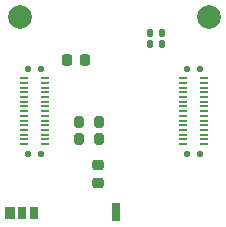
<source format=gbr>
%TF.GenerationSoftware,KiCad,Pcbnew,7.0.2*%
%TF.CreationDate,2023-09-13T14:25:54-04:00*%
%TF.ProjectId,PicoMod,5069636f-4d6f-4642-9e6b-696361645f70,rev?*%
%TF.SameCoordinates,Original*%
%TF.FileFunction,Soldermask,Bot*%
%TF.FilePolarity,Negative*%
%FSLAX46Y46*%
G04 Gerber Fmt 4.6, Leading zero omitted, Abs format (unit mm)*
G04 Created by KiCad (PCBNEW 7.0.2) date 2023-09-13 14:25:54*
%MOMM*%
%LPD*%
G01*
G04 APERTURE LIST*
G04 Aperture macros list*
%AMRoundRect*
0 Rectangle with rounded corners*
0 $1 Rounding radius*
0 $2 $3 $4 $5 $6 $7 $8 $9 X,Y pos of 4 corners*
0 Add a 4 corners polygon primitive as box body*
4,1,4,$2,$3,$4,$5,$6,$7,$8,$9,$2,$3,0*
0 Add four circle primitives for the rounded corners*
1,1,$1+$1,$2,$3*
1,1,$1+$1,$4,$5*
1,1,$1+$1,$6,$7*
1,1,$1+$1,$8,$9*
0 Add four rect primitives between the rounded corners*
20,1,$1+$1,$2,$3,$4,$5,0*
20,1,$1+$1,$4,$5,$6,$7,0*
20,1,$1+$1,$6,$7,$8,$9,0*
20,1,$1+$1,$8,$9,$2,$3,0*%
%AMFreePoly0*
4,1,5,0.400000,-0.500000,-0.400000,-0.500000,-0.400000,0.500000,0.400000,0.500000,0.400000,-0.500000,0.400000,-0.500000,$1*%
G04 Aperture macros list end*
%ADD10C,2.000000*%
%ADD11R,0.800000X1.600000*%
%ADD12RoundRect,0.200000X-0.200000X-0.275000X0.200000X-0.275000X0.200000X0.275000X-0.200000X0.275000X0*%
%ADD13RoundRect,0.135000X-0.135000X-0.185000X0.135000X-0.185000X0.135000X0.185000X-0.135000X0.185000X0*%
%ADD14RoundRect,0.057500X0.267500X-0.057500X0.267500X0.057500X-0.267500X0.057500X-0.267500X-0.057500X0*%
%ADD15RoundRect,0.112500X0.152500X-0.112500X0.152500X0.112500X-0.152500X0.112500X-0.152500X-0.112500X0*%
%ADD16RoundRect,0.225000X-0.250000X0.225000X-0.250000X-0.225000X0.250000X-0.225000X0.250000X0.225000X0*%
%ADD17R,0.800000X1.000000*%
%ADD18FreePoly0,180.000000*%
%ADD19RoundRect,0.225000X-0.225000X-0.250000X0.225000X-0.250000X0.225000X0.250000X-0.225000X0.250000X0*%
G04 APERTURE END LIST*
D10*
%TO.C,H1*%
X22000000Y-22000000D03*
%TD*%
%TO.C,H2*%
X38000000Y-22000000D03*
%TD*%
D11*
%TO.C,TP1*%
X30150000Y-38550000D03*
%TD*%
D12*
%TO.C,R6*%
X27075000Y-30900000D03*
X28725000Y-30900000D03*
%TD*%
D13*
%TO.C,R2*%
X33040000Y-23350000D03*
X34060000Y-23350000D03*
%TD*%
D14*
%TO.C,J3*%
X24125000Y-32800000D03*
X24125000Y-32400000D03*
X24125000Y-32000000D03*
X24125000Y-31600000D03*
X24125000Y-31200000D03*
X24125000Y-30800000D03*
X24125000Y-30400000D03*
X24125000Y-30000000D03*
X24125000Y-29600000D03*
X24125000Y-29200000D03*
X24125000Y-28800000D03*
X24125000Y-28400000D03*
X24125000Y-28000000D03*
X24125000Y-27600000D03*
X24125000Y-27200000D03*
X22375000Y-32800000D03*
X22375000Y-32400000D03*
X22375000Y-32000000D03*
X22375000Y-31600000D03*
X22375000Y-31200000D03*
X22375000Y-30800000D03*
X22375000Y-30400000D03*
X22375000Y-30000000D03*
X22375000Y-29600000D03*
X22375000Y-29200000D03*
X22375000Y-28800000D03*
X22375000Y-28400000D03*
X22375000Y-28000000D03*
X22375000Y-27600000D03*
X22375000Y-27200000D03*
D15*
X22685000Y-33600000D03*
X23815000Y-33600000D03*
X22685000Y-26400000D03*
X23815000Y-26400000D03*
%TD*%
D14*
%TO.C,J2*%
X37625000Y-32800000D03*
X37625000Y-32400000D03*
X37625000Y-32000000D03*
X37625000Y-31600000D03*
X37625000Y-31200000D03*
X37625000Y-30800000D03*
X37625000Y-30400000D03*
X37625000Y-30000000D03*
X37625000Y-29600000D03*
X37625000Y-29200000D03*
X37625000Y-28800000D03*
X37625000Y-28400000D03*
X37625000Y-28000000D03*
X37625000Y-27600000D03*
X37625000Y-27200000D03*
X35875000Y-32800000D03*
X35875000Y-32400000D03*
X35875000Y-32000000D03*
X35875000Y-31600000D03*
X35875000Y-31200000D03*
X35875000Y-30800000D03*
X35875000Y-30400000D03*
X35875000Y-30000000D03*
X35875000Y-29600000D03*
X35875000Y-29200000D03*
X35875000Y-28800000D03*
X35875000Y-28400000D03*
X35875000Y-28000000D03*
X35875000Y-27600000D03*
X35875000Y-27200000D03*
D15*
X36185000Y-33600000D03*
X37315000Y-33600000D03*
X36185000Y-26400000D03*
X37315000Y-26400000D03*
%TD*%
D12*
%TO.C,R7*%
X27075000Y-32400000D03*
X28725000Y-32400000D03*
%TD*%
D13*
%TO.C,R1*%
X33040000Y-24350000D03*
X34060000Y-24350000D03*
%TD*%
D16*
%TO.C,C6*%
X28600000Y-34575000D03*
X28600000Y-36125000D03*
%TD*%
D17*
%TO.C,JP1*%
X23200000Y-38650000D03*
X22200000Y-38650000D03*
D18*
X21200000Y-38650000D03*
%TD*%
D19*
%TO.C,C7*%
X26025000Y-25700000D03*
X27575000Y-25700000D03*
%TD*%
M02*

</source>
